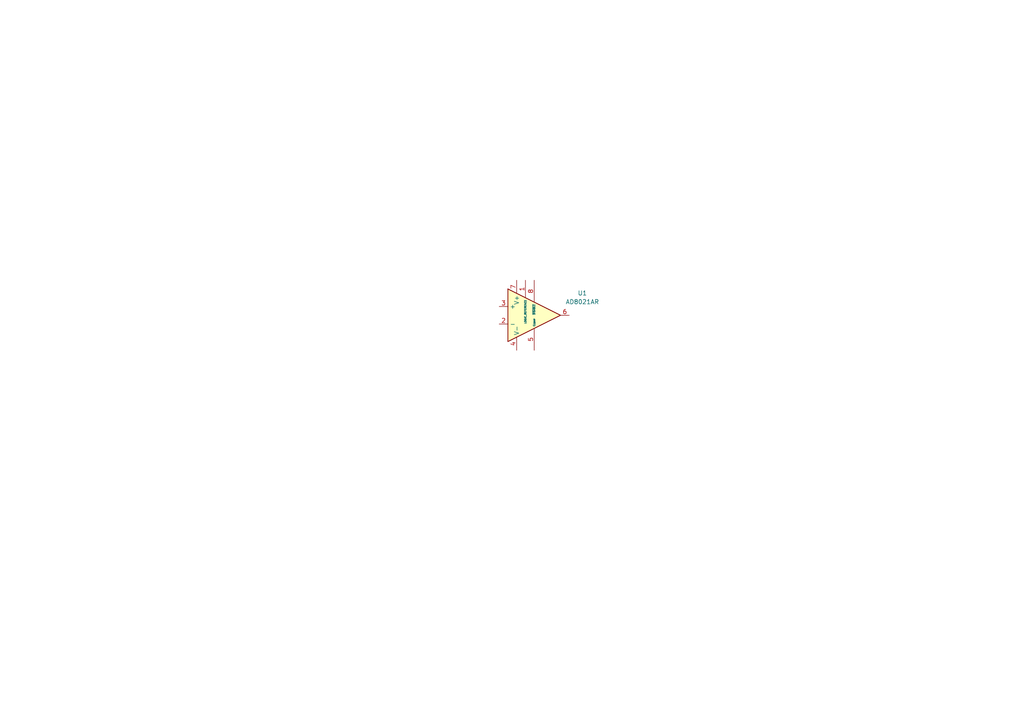
<source format=kicad_sch>
(kicad_sch
	(version 20250114)
	(generator "eeschema")
	(generator_version "9.0")
	(uuid "e23e72d0-3a4b-405e-bd06-0639cdab408e")
	(paper "A4")
	(lib_symbols
		(symbol "Amplifier_Operational:AD8021AR"
			(exclude_from_sim no)
			(in_bom yes)
			(on_board yes)
			(property "Reference" "U"
				(at 1.27 7.62 0)
				(effects
					(font
						(size 1.27 1.27)
					)
					(justify left)
				)
			)
			(property "Value" "AD8021AR"
				(at 1.27 5.08 0)
				(effects
					(font
						(size 1.27 1.27)
					)
					(justify left)
				)
			)
			(property "Footprint" "Package_SO:SOIC-8_3.9x4.9mm_P1.27mm"
				(at 1.27 1.27 0)
				(effects
					(font
						(size 1.27 1.27)
					)
					(hide yes)
				)
			)
			(property "Datasheet" "https://www.analog.com/media/en/technical-documentation/data-sheets/AD8021.pdf"
				(at 3.81 -1.27 0)
				(effects
					(font
						(size 1.27 1.27)
					)
					(hide yes)
				)
			)
			(property "Description" "Operational Amplifier, 4.5-24V single/dual supply, low noise, high speed, SOIC-8"
				(at 0 0 0)
				(effects
					(font
						(size 1.27 1.27)
					)
					(hide yes)
				)
			)
			(property "ki_keywords" "Opamp"
				(at 0 0 0)
				(effects
					(font
						(size 1.27 1.27)
					)
					(hide yes)
				)
			)
			(property "ki_fp_filters" "SOIC*3.9x4.9mm*P1.27mm*"
				(at 0 0 0)
				(effects
					(font
						(size 1.27 1.27)
					)
					(hide yes)
				)
			)
			(symbol "AD8021AR_0_1"
				(polyline
					(pts
						(xy -7.62 7.62) (xy 7.62 0) (xy -7.62 -7.62) (xy -7.62 7.62)
					)
					(stroke
						(width 0.254)
						(type default)
					)
					(fill
						(type background)
					)
				)
			)
			(symbol "AD8021AR_1_1"
				(pin input line
					(at -10.16 2.54 0)
					(length 2.54)
					(name "+"
						(effects
							(font
								(size 1.27 1.27)
							)
						)
					)
					(number "3"
						(effects
							(font
								(size 1.27 1.27)
							)
						)
					)
				)
				(pin input line
					(at -10.16 -2.54 0)
					(length 2.54)
					(name "-"
						(effects
							(font
								(size 1.27 1.27)
							)
						)
					)
					(number "2"
						(effects
							(font
								(size 1.27 1.27)
							)
						)
					)
				)
				(pin power_in line
					(at -5.08 10.16 270)
					(length 3.81)
					(name "V+"
						(effects
							(font
								(size 1.27 1.27)
							)
						)
					)
					(number "7"
						(effects
							(font
								(size 1.27 1.27)
							)
						)
					)
				)
				(pin power_in line
					(at -5.08 -10.16 90)
					(length 3.81)
					(name "V-"
						(effects
							(font
								(size 1.27 1.27)
							)
						)
					)
					(number "4"
						(effects
							(font
								(size 1.27 1.27)
							)
						)
					)
				)
				(pin input line
					(at -2.54 10.16 270)
					(length 5.08)
					(name "LOGIC_REFERENCE"
						(effects
							(font
								(size 0.508 0.508)
							)
						)
					)
					(number "1"
						(effects
							(font
								(size 1.27 1.27)
							)
						)
					)
				)
				(pin input line
					(at 0 10.16 270)
					(length 6.35)
					(name "~{DISABLE}"
						(effects
							(font
								(size 0.508 0.508)
							)
						)
					)
					(number "8"
						(effects
							(font
								(size 1.27 1.27)
							)
						)
					)
				)
				(pin passive line
					(at 0 -10.16 90)
					(length 6.35)
					(name "C_{COMP}"
						(effects
							(font
								(size 0.508 0.508)
							)
						)
					)
					(number "5"
						(effects
							(font
								(size 1.27 1.27)
							)
						)
					)
				)
				(pin output line
					(at 10.16 0 180)
					(length 2.54)
					(name "~"
						(effects
							(font
								(size 1.27 1.27)
							)
						)
					)
					(number "6"
						(effects
							(font
								(size 1.27 1.27)
							)
						)
					)
				)
			)
			(embedded_fonts no)
		)
	)
	(symbol
		(lib_id "Amplifier_Operational:AD8021AR")
		(at 154.94 91.44 0)
		(unit 1)
		(exclude_from_sim no)
		(in_bom yes)
		(on_board yes)
		(dnp no)
		(fields_autoplaced yes)
		(uuid "44c9ccfa-e19a-43a0-94b4-0d9106743f82")
		(property "Reference" "U1"
			(at 168.91 85.0198 0)
			(effects
				(font
					(size 1.27 1.27)
				)
			)
		)
		(property "Value" "AD8021AR"
			(at 168.91 87.5598 0)
			(effects
				(font
					(size 1.27 1.27)
				)
			)
		)
		(property "Footprint" "Package_SO:SOIC-8_3.9x4.9mm_P1.27mm"
			(at 156.21 90.17 0)
			(effects
				(font
					(size 1.27 1.27)
				)
				(hide yes)
			)
		)
		(property "Datasheet" "https://www.analog.com/media/en/technical-documentation/data-sheets/AD8021.pdf"
			(at 158.75 92.71 0)
			(effects
				(font
					(size 1.27 1.27)
				)
				(hide yes)
			)
		)
		(property "Description" "Operational Amplifier, 4.5-24V single/dual supply, low noise, high speed, SOIC-8"
			(at 154.94 91.44 0)
			(effects
				(font
					(size 1.27 1.27)
				)
				(hide yes)
			)
		)
		(pin "1"
			(uuid "1d2fff84-607f-4886-b113-433bc7de1a1b")
		)
		(pin "8"
			(uuid "6233555c-61bb-4bf6-8a6d-8bb6cf3ef3ed")
		)
		(pin "7"
			(uuid "fbe02d4e-89bc-43e3-9bb4-95ca4b539427")
		)
		(pin "5"
			(uuid "a48afa0e-b317-4216-a838-b8856000592d")
		)
		(pin "3"
			(uuid "30e795c6-718c-42e7-92d4-41d3d225ae74")
		)
		(pin "2"
			(uuid "ac08955b-ee61-415e-8e65-64c35f6a8695")
		)
		(pin "4"
			(uuid "cc5ff40d-b685-490f-876a-412c55fc0f54")
		)
		(pin "6"
			(uuid "fc4dec74-6a3c-484e-9c5b-4d4cb7d42422")
		)
		(instances
			(project ""
				(path "/e23e72d0-3a4b-405e-bd06-0639cdab408e"
					(reference "U1")
					(unit 1)
				)
			)
		)
	)
	(sheet_instances
		(path "/"
			(page "1")
		)
	)
	(embedded_fonts no)
)

</source>
